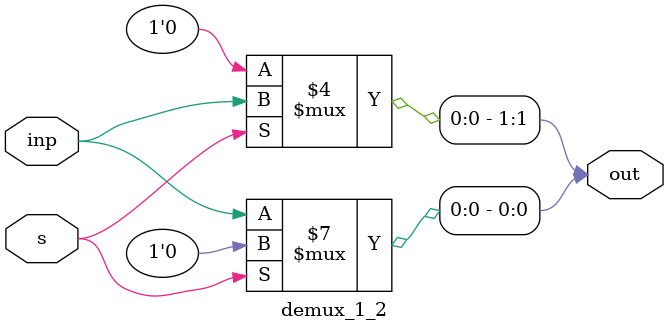
<source format=v>
module demux_1_2(out,inp,s);
  input inp,s;
  output reg [1:0]out;
  always @(*)
    begin
      if(s==1'b0)
        begin
          out[0] = inp;
          out[1] = 1'b0;
        end
      else
        begin
          out[0] = 1'b0;
          out[1] = inp;
        end
    end
endmodule
</source>
